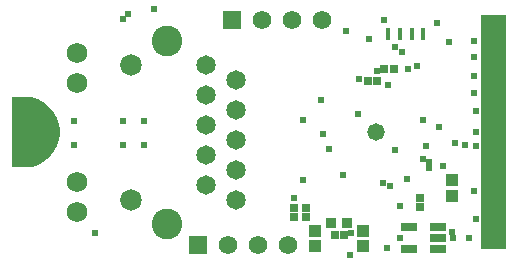
<source format=gbs>
G04*
G04 #@! TF.GenerationSoftware,Altium Limited,Altium Designer,22.7.1 (60)*
G04*
G04 Layer_Color=16711935*
%FSLAX44Y44*%
%MOMM*%
G71*
G04*
G04 #@! TF.SameCoordinates,2F50B947-C67E-4D0A-9455-C6AB2E86B346*
G04*
G04*
G04 #@! TF.FilePolarity,Negative*
G04*
G01*
G75*
%ADD36R,0.4532X0.5532*%
%ADD38R,0.7232X0.7632*%
%ADD39R,0.7832X0.7432*%
%ADD43R,0.7632X0.7232*%
%ADD45R,1.7032X0.5532*%
%ADD46C,1.8282*%
%ADD47C,2.6032*%
%ADD48C,1.7332*%
%ADD49C,1.6492*%
%ADD50R,1.5700X1.5700*%
%ADD51C,1.5700*%
%ADD52C,0.6032*%
%ADD53C,1.4732*%
%ADD79R,0.8532X0.9032*%
%ADD80R,1.3532X0.8032*%
%ADD81R,1.1032X1.0532*%
G36*
X373580Y249250D02*
X373578Y50750D01*
X352580Y50750D01*
X352580Y249250D01*
X373580Y249250D01*
D02*
G37*
G36*
X-34375Y119913D02*
X-32014D01*
X-27350Y120652D01*
X-22859Y122111D01*
X-18652Y124255D01*
X-14832Y127031D01*
X-11493Y130370D01*
X-8717Y134190D01*
X-6573Y138397D01*
X-5114Y142888D01*
X-4375Y147552D01*
Y152274D01*
X-5114Y156938D01*
X-6573Y161429D01*
X-8717Y165637D01*
X-11493Y169457D01*
X-14832Y172796D01*
X-18652Y175572D01*
X-22859Y177715D01*
X-27350Y179175D01*
X-32014Y179913D01*
X-34375D01*
D01*
X-44375Y179913D01*
X-44375Y119913D01*
X-34375Y119913D01*
D02*
G37*
D36*
X283580Y235500D02*
D03*
Y230000D02*
D03*
X273580Y235500D02*
D03*
Y230000D02*
D03*
X293580Y235500D02*
D03*
Y230000D02*
D03*
X303580D02*
D03*
Y235500D02*
D03*
D38*
X193748Y85688D02*
D03*
Y77888D02*
D03*
X301190Y86370D02*
D03*
Y93970D02*
D03*
X203908Y85942D02*
D03*
Y78142D02*
D03*
D39*
X270620Y203200D02*
D03*
X278420D02*
D03*
D43*
X257004Y193040D02*
D03*
X264604D02*
D03*
X228456Y62738D02*
D03*
X236256D02*
D03*
D45*
X361080Y240000D02*
D03*
Y235000D02*
D03*
Y230000D02*
D03*
Y225000D02*
D03*
Y220000D02*
D03*
Y215000D02*
D03*
Y210000D02*
D03*
Y205000D02*
D03*
Y200000D02*
D03*
Y195000D02*
D03*
Y190000D02*
D03*
Y185000D02*
D03*
Y180000D02*
D03*
Y175000D02*
D03*
Y170000D02*
D03*
Y165000D02*
D03*
Y160000D02*
D03*
Y155000D02*
D03*
Y150000D02*
D03*
Y145000D02*
D03*
Y140000D02*
D03*
Y135000D02*
D03*
Y110000D02*
D03*
Y105000D02*
D03*
Y100000D02*
D03*
Y95000D02*
D03*
Y90000D02*
D03*
Y85000D02*
D03*
Y80000D02*
D03*
Y75000D02*
D03*
Y70000D02*
D03*
Y65000D02*
D03*
Y60000D02*
D03*
D46*
X56080Y207010D02*
D03*
Y92710D02*
D03*
D47*
X86580Y227310D02*
D03*
Y72410D02*
D03*
D48*
X10380Y217160D02*
D03*
Y191760D02*
D03*
Y107960D02*
D03*
Y82560D02*
D03*
D49*
X119580Y207010D02*
D03*
X144980Y194310D02*
D03*
X119580Y181610D02*
D03*
X144980Y168910D02*
D03*
X119580Y156210D02*
D03*
X144980Y143510D02*
D03*
X119580Y130810D02*
D03*
X144980Y118110D02*
D03*
X119580Y105410D02*
D03*
X144980Y92710D02*
D03*
D50*
X141932Y244856D02*
D03*
X112722Y54610D02*
D03*
D51*
X167332Y244856D02*
D03*
X192732D02*
D03*
X218132D02*
D03*
X138122Y54610D02*
D03*
X163522D02*
D03*
X188922D02*
D03*
D52*
X279346Y134366D02*
D03*
X248104Y165608D02*
D03*
X194256Y94488D02*
D03*
X202130Y109220D02*
D03*
Y160020D02*
D03*
X347926Y137922D02*
D03*
X347940Y149860D02*
D03*
X346148Y182626D02*
D03*
Y197358D02*
D03*
X347926Y167640D02*
D03*
X237944Y235458D02*
D03*
X327606Y65532D02*
D03*
X316684Y154432D02*
D03*
X346148Y99822D02*
D03*
X270564Y245065D02*
D03*
X242770Y64770D02*
D03*
X338528Y139192D02*
D03*
X289868Y109937D02*
D03*
X235404Y113538D02*
D03*
X217224Y176739D02*
D03*
X264436Y201176D02*
D03*
X325574Y226568D02*
D03*
X330654Y140970D02*
D03*
X249374Y195072D02*
D03*
X273580Y190000D02*
D03*
X346148Y226822D02*
D03*
Y213106D02*
D03*
X348434Y76200D02*
D03*
X291030Y203520D02*
D03*
X298650Y205740D02*
D03*
X7566Y139192D02*
D03*
Y159512D02*
D03*
X284172Y60452D02*
D03*
Y87630D02*
D03*
X48968Y139192D02*
D03*
Y159512D02*
D03*
X67256Y139192D02*
D03*
Y159512D02*
D03*
X241754Y45720D02*
D03*
X328876Y59944D02*
D03*
X279211Y222240D02*
D03*
X285950Y217750D02*
D03*
X315414Y242062D02*
D03*
X342338Y59944D02*
D03*
X53794Y249682D02*
D03*
X48968Y245618D02*
D03*
X75892Y253815D02*
D03*
X258010Y228600D02*
D03*
X308810Y124460D02*
D03*
X306270Y138430D02*
D03*
X25600Y64770D02*
D03*
X303662Y126932D02*
D03*
X269440Y106680D02*
D03*
X218640Y148140D02*
D03*
X223720Y135890D02*
D03*
X275790Y104140D02*
D03*
X303580Y160000D02*
D03*
X308810Y119160D02*
D03*
X319980Y121270D02*
D03*
X273250Y52070D02*
D03*
D53*
X263580Y150000D02*
D03*
D79*
X225352Y72898D02*
D03*
X238852D02*
D03*
D80*
X291080Y50500D02*
D03*
X316080D02*
D03*
Y60000D02*
D03*
Y69500D02*
D03*
X291080D02*
D03*
D81*
X252930Y53190D02*
D03*
Y66190D02*
D03*
X328114Y96116D02*
D03*
Y109116D02*
D03*
X212290Y66190D02*
D03*
Y53190D02*
D03*
M02*

</source>
